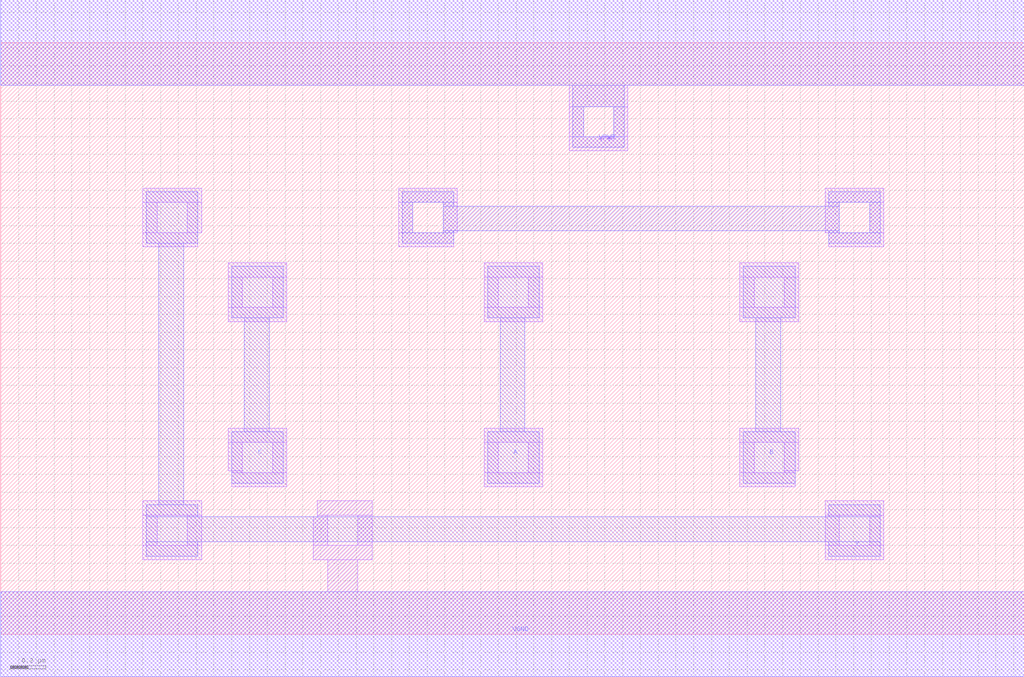
<source format=lef>
VERSION 5.7 ;
  NOWIREEXTENSIONATPIN ON ;
  DIVIDERCHAR "/" ;
  BUSBITCHARS "[]" ;
MACRO AOI21X1
  CLASS CORE ;
  FOREIGN AOI21X1 ;
  ORIGIN 0.000 0.000 ;
  SIZE 5.760 BY 3.330 ;
  SYMMETRY X Y R90 ;
  SITE unit ;
  PIN VPWR
    DIRECTION INOUT ;
    USE POWER ;
    SHAPE ABUTMENT ;
    PORT
      LAYER met1 ;
        RECT 0.000 3.090 5.760 3.570 ;
        RECT 3.220 2.970 3.510 3.090 ;
        RECT 3.220 2.800 3.280 2.970 ;
        RECT 3.450 2.800 3.510 2.970 ;
        RECT 3.220 2.740 3.510 2.800 ;
    END
    PORT
      LAYER li1 ;
        RECT 0.000 3.090 5.760 3.570 ;
        RECT 3.200 2.970 3.530 3.090 ;
        RECT 3.200 2.800 3.280 2.970 ;
        RECT 3.450 2.800 3.530 2.970 ;
        RECT 3.200 2.720 3.530 2.800 ;
    END
  END VPWR
  PIN VGND
    DIRECTION INOUT ;
    USE GROUND ;
    SHAPE ABUTMENT ;
    PORT
      LAYER met1 ;
        RECT 0.000 -0.240 5.760 0.240 ;
    END
    PORT
      LAYER li1 ;
        RECT 1.780 0.670 2.090 0.750 ;
        RECT 1.780 0.660 1.840 0.670 ;
        RECT 1.760 0.500 1.840 0.660 ;
        RECT 2.010 0.500 2.090 0.670 ;
        RECT 1.760 0.420 2.090 0.500 ;
        RECT 1.840 0.240 2.010 0.420 ;
        RECT 0.000 -0.240 5.760 0.240 ;
    END
  END VGND
  PIN Y
    DIRECTION INOUT ;
    USE SIGNAL ;
    SHAPE ABUTMENT ;
    PORT
      LAYER met1 ;
        RECT 0.820 2.200 1.110 2.490 ;
        RECT 0.890 0.730 1.030 2.200 ;
        RECT 0.820 0.660 1.110 0.730 ;
        RECT 4.660 0.660 4.950 0.730 ;
        RECT 0.820 0.520 4.950 0.660 ;
        RECT 0.820 0.440 1.110 0.520 ;
        RECT 4.660 0.440 4.950 0.520 ;
    END
  END Y
  PIN C
    DIRECTION INOUT ;
    USE SIGNAL ;
    SHAPE ABUTMENT ;
    PORT
      LAYER met1 ;
        RECT 1.300 1.780 1.590 2.070 ;
        RECT 1.370 1.140 1.510 1.780 ;
        RECT 1.300 0.850 1.590 1.140 ;
    END
  END C
  PIN B
    DIRECTION INOUT ;
    USE SIGNAL ;
    SHAPE ABUTMENT ;
    PORT
      LAYER met1 ;
        RECT 4.180 1.780 4.470 2.070 ;
        RECT 4.250 1.140 4.390 1.780 ;
        RECT 4.180 0.850 4.470 1.140 ;
    END
  END B
  PIN A
    DIRECTION INOUT ;
    USE SIGNAL ;
    SHAPE ABUTMENT ;
    PORT
      LAYER met1 ;
        RECT 2.740 1.780 3.030 2.070 ;
        RECT 2.810 1.140 2.950 1.780 ;
        RECT 2.740 0.850 3.030 1.140 ;
    END
  END A
  OBS
      LAYER li1 ;
        RECT 0.800 2.430 1.130 2.510 ;
        RECT 0.800 2.260 0.880 2.430 ;
        RECT 1.050 2.260 1.130 2.430 ;
        RECT 2.240 2.430 2.570 2.510 ;
        RECT 2.240 2.260 2.320 2.430 ;
        RECT 2.490 2.260 2.570 2.430 ;
        RECT 4.640 2.430 4.970 2.510 ;
        RECT 4.640 2.260 4.720 2.430 ;
        RECT 4.890 2.260 4.970 2.430 ;
        RECT 0.800 2.180 1.110 2.260 ;
        RECT 2.240 2.180 2.550 2.260 ;
        RECT 4.660 2.180 4.970 2.260 ;
        RECT 1.280 2.010 1.610 2.090 ;
        RECT 1.280 1.840 1.360 2.010 ;
        RECT 1.530 1.840 1.610 2.010 ;
        RECT 1.280 1.760 1.610 1.840 ;
        RECT 2.720 2.010 3.050 2.090 ;
        RECT 2.720 1.840 2.800 2.010 ;
        RECT 2.970 1.840 3.050 2.010 ;
        RECT 2.720 1.760 3.050 1.840 ;
        RECT 4.160 2.010 4.490 2.090 ;
        RECT 4.160 1.840 4.240 2.010 ;
        RECT 4.410 1.840 4.490 2.010 ;
        RECT 4.160 1.760 4.490 1.840 ;
        RECT 1.280 1.080 1.610 1.160 ;
        RECT 1.280 0.920 1.360 1.080 ;
        RECT 1.300 0.910 1.360 0.920 ;
        RECT 1.530 0.910 1.610 1.080 ;
        RECT 1.300 0.830 1.610 0.910 ;
        RECT 2.720 1.080 3.050 1.160 ;
        RECT 2.720 0.910 2.800 1.080 ;
        RECT 2.970 0.910 3.050 1.080 ;
        RECT 2.720 0.830 3.050 0.910 ;
        RECT 4.160 1.080 4.490 1.160 ;
        RECT 4.160 0.910 4.240 1.080 ;
        RECT 4.410 0.920 4.490 1.080 ;
        RECT 4.410 0.910 4.470 0.920 ;
        RECT 4.160 0.830 4.470 0.910 ;
        RECT 0.800 0.670 1.130 0.750 ;
        RECT 0.800 0.500 0.880 0.670 ;
        RECT 1.050 0.500 1.130 0.670 ;
        RECT 0.800 0.420 1.130 0.500 ;
        RECT 4.640 0.670 4.970 0.750 ;
        RECT 4.640 0.500 4.720 0.670 ;
        RECT 4.890 0.500 4.970 0.670 ;
        RECT 4.640 0.420 4.970 0.500 ;
      LAYER met1 ;
        RECT 2.260 2.430 2.550 2.490 ;
        RECT 2.260 2.260 2.320 2.430 ;
        RECT 2.490 2.410 2.550 2.430 ;
        RECT 4.660 2.430 4.950 2.490 ;
        RECT 4.660 2.410 4.720 2.430 ;
        RECT 2.490 2.270 4.720 2.410 ;
        RECT 2.490 2.260 2.550 2.270 ;
        RECT 2.260 2.200 2.550 2.260 ;
        RECT 4.660 2.260 4.720 2.270 ;
        RECT 4.890 2.260 4.950 2.430 ;
        RECT 4.660 2.200 4.950 2.260 ;
  END
END AOI21X1
END LIBRARY


</source>
